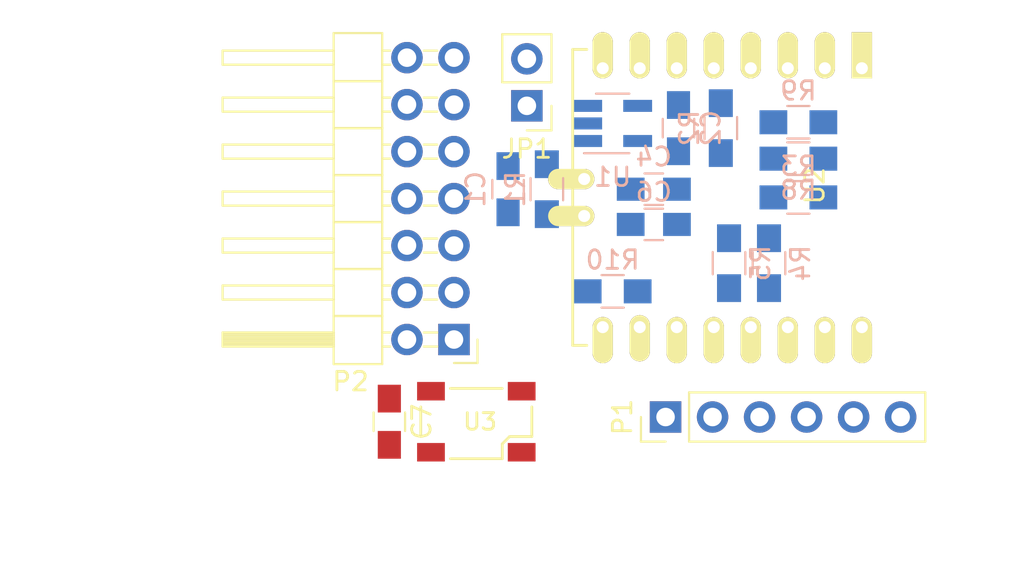
<source format=kicad_pcb>
(kicad_pcb (version 4) (host pcbnew 4.0.5)

  (general
    (links 52)
    (no_connects 52)
    (area 72.136 71.12 139.954 125.476)
    (thickness 1.6)
    (drawings 6)
    (tracks 0)
    (zones 0)
    (modules 19)
    (nets 22)
  )

  (page A4)
  (title_block
    (title "Main module")
    (date 2017-04-15)
    (rev v1.0)
    (company DoHome)
  )

  (layers
    (0 F.Cu signal)
    (31 B.Cu signal)
    (32 B.Adhes user)
    (33 F.Adhes user)
    (34 B.Paste user)
    (35 F.Paste user)
    (36 B.SilkS user)
    (37 F.SilkS user)
    (38 B.Mask user)
    (39 F.Mask user)
    (40 Dwgs.User user)
    (41 Cmts.User user)
    (42 Eco1.User user)
    (43 Eco2.User user)
    (44 Edge.Cuts user)
    (45 Margin user)
    (46 B.CrtYd user)
    (47 F.CrtYd user)
    (48 B.Fab user)
    (49 F.Fab user)
  )

  (setup
    (last_trace_width 0.25)
    (trace_clearance 0.2)
    (zone_clearance 0.508)
    (zone_45_only no)
    (trace_min 0.2)
    (segment_width 0.2)
    (edge_width 0.15)
    (via_size 0.6)
    (via_drill 0.4)
    (via_min_size 0.4)
    (via_min_drill 0.3)
    (uvia_size 0.3)
    (uvia_drill 0.1)
    (uvias_allowed no)
    (uvia_min_size 0.2)
    (uvia_min_drill 0.1)
    (pcb_text_width 0.3)
    (pcb_text_size 1.5 1.5)
    (mod_edge_width 0.15)
    (mod_text_size 1 1)
    (mod_text_width 0.15)
    (pad_size 1.524 1.524)
    (pad_drill 0.762)
    (pad_to_mask_clearance 0.2)
    (aux_axis_origin 0 0)
    (visible_elements FFFFF77F)
    (pcbplotparams
      (layerselection 0x00030_80000001)
      (usegerberextensions false)
      (excludeedgelayer true)
      (linewidth 0.100000)
      (plotframeref false)
      (viasonmask false)
      (mode 1)
      (useauxorigin false)
      (hpglpennumber 1)
      (hpglpenspeed 20)
      (hpglpendiameter 15)
      (hpglpenoverlay 2)
      (psnegative false)
      (psa4output false)
      (plotreference true)
      (plotvalue true)
      (plotinvisibletext false)
      (padsonsilk false)
      (subtractmaskfromsilk false)
      (outputformat 1)
      (mirror false)
      (drillshape 1)
      (scaleselection 1)
      (outputdirectory ""))
  )

  (net 0 "")
  (net 1 /RESET)
  (net 2 /GPIO0)
  (net 3 +3V3)
  (net 4 /ADC)
  (net 5 /CH_PD)
  (net 6 /GPIO16)
  (net 7 /GPIO14)
  (net 8 /GPIO12)
  (net 9 /GPIO13)
  (net 10 /GPIO15)
  (net 11 /GPIO2)
  (net 12 /GPIO4)
  (net 13 /GPIO5)
  (net 14 /RXD)
  (net 15 /TXD)
  (net 16 /GPIO9)
  (net 17 /GPIO10)
  (net 18 /A0)
  (net 19 GND)
  (net 20 /PWR)
  (net 21 "Net-(JP1-Pad2)")

  (net_class Default "Toto je výchozí třída sítě."
    (clearance 0.2)
    (trace_width 0.25)
    (via_dia 0.6)
    (via_drill 0.4)
    (uvia_dia 0.3)
    (uvia_drill 0.1)
    (add_net +3V3)
    (add_net /A0)
    (add_net /ADC)
    (add_net /CH_PD)
    (add_net /GPIO0)
    (add_net /GPIO10)
    (add_net /GPIO12)
    (add_net /GPIO13)
    (add_net /GPIO14)
    (add_net /GPIO15)
    (add_net /GPIO16)
    (add_net /GPIO2)
    (add_net /GPIO4)
    (add_net /GPIO5)
    (add_net /GPIO9)
    (add_net /PWR)
    (add_net /RESET)
    (add_net /RXD)
    (add_net /TXD)
    (add_net GND)
    (add_net "Net-(JP1-Pad2)")
  )

  (module CrumpPrints:WS2812B_smallsilk (layer F.Cu) (tedit 54B35D39) (tstamp 5913F12F)
    (at 86.5505 122.301)
    (tags "LED, Neopixel, RGB, WS2811, WS2812")
    (path /58F16018)
    (fp_text reference U3 (at 0.2 0) (layer F.SilkS)
      (effects (font (size 0.9 0.9) (thickness 0.1524)))
    )
    (fp_text value WS2812B (at 0 -2.8) (layer F.SilkS) hide
      (effects (font (size 1 1) (thickness 0.15)))
    )
    (fp_line (start 1.8 0.8) (end 3 0.8) (layer F.SilkS) (width 0.15))
    (fp_line (start 1.4 2) (end 1.4 1.2) (layer F.SilkS) (width 0.15))
    (fp_line (start 1.4 1.2) (end 1.8 0.8) (layer F.SilkS) (width 0.15))
    (fp_line (start -3 0.8) (end -3 -0.8) (layer F.SilkS) (width 0.15))
    (fp_line (start 1.4 2) (end -1.4 2) (layer F.SilkS) (width 0.15))
    (fp_line (start 3 -0.8) (end 3 0.8) (layer F.SilkS) (width 0.15))
    (fp_line (start -1.4 -1.8) (end 1.4 -1.8) (layer F.SilkS) (width 0.15))
    (pad 4 smd rect (at 2.45 -1.65) (size 1.5 1) (layers F.Cu F.Paste F.Mask)
      (net 16 /GPIO9))
    (pad 1 smd rect (at -2.45 -1.65) (size 1.5 1) (layers F.Cu F.Paste F.Mask)
      (net 20 /PWR))
    (pad 2 smd rect (at -2.45 1.65) (size 1.5 1) (layers F.Cu F.Paste F.Mask))
    (pad 3 smd rect (at 2.45 1.65) (size 1.5 1) (layers F.Cu F.Paste F.Mask)
      (net 19 GND))
  )

  (module ESP8266:ESP-12E (layer F.Cu) (tedit 59139454) (tstamp 590B4D9C)
    (at 107.3785 103.1875 270)
    (descr "Module, ESP-8266, ESP-12, 16 pad, SMD")
    (tags "Module ESP-8266 ESP8266")
    (path /58E03B98)
    (fp_text reference U2 (at 6.35 2.54 270) (layer F.SilkS)
      (effects (font (size 1 1) (thickness 0.15)))
    )
    (fp_text value ESP-12E (at 6.35 6.35 270) (layer F.Fab) hide
      (effects (font (size 1 1) (thickness 0.15)))
    )
    (fp_line (start -2.25 -0.5) (end -2.25 -8.75) (layer F.CrtYd) (width 0.05))
    (fp_line (start -2.25 -8.75) (end 15.25 -8.75) (layer F.CrtYd) (width 0.05))
    (fp_line (start 15.25 -8.75) (end 16.25 -8.75) (layer F.CrtYd) (width 0.05))
    (fp_line (start 16.25 -8.75) (end 16.25 16) (layer F.CrtYd) (width 0.05))
    (fp_line (start 16.25 16) (end -2.25 16) (layer F.CrtYd) (width 0.05))
    (fp_line (start -2.25 16) (end -2.25 -0.5) (layer F.CrtYd) (width 0.05))
    (fp_line (start -1.016 -8.382) (end 14.986 -8.382) (layer F.CrtYd) (width 0.1524))
    (fp_line (start 14.986 -8.382) (end 14.986 -0.889) (layer F.CrtYd) (width 0.1524))
    (fp_line (start -1.016 -8.382) (end -1.016 -1.016) (layer F.CrtYd) (width 0.1524))
    (fp_line (start -1.016 14.859) (end -1.016 15.621) (layer F.SilkS) (width 0.1524))
    (fp_line (start -1.016 15.621) (end 14.986 15.621) (layer F.SilkS) (width 0.1524))
    (fp_line (start 14.986 15.621) (end 14.986 14.859) (layer F.SilkS) (width 0.1524))
    (fp_line (start 14.992 -8.4) (end -1.008 -2.6) (layer F.CrtYd) (width 0.1524))
    (fp_line (start -1.008 -8.4) (end 14.992 -2.6) (layer F.CrtYd) (width 0.1524))
    (fp_text user "No Copper" (at 6.892 -5.4 270) (layer F.CrtYd)
      (effects (font (size 1 1) (thickness 0.15)))
    )
    (fp_line (start -1.008 -2.6) (end 14.992 -2.6) (layer F.CrtYd) (width 0.1524))
    (fp_line (start 15 -8.4) (end 15 15.6) (layer F.Fab) (width 0.05))
    (fp_line (start 14.992 15.6) (end -1.008 15.6) (layer F.Fab) (width 0.05))
    (fp_line (start -1.008 15.6) (end -1.008 -8.4) (layer F.Fab) (width 0.05))
    (fp_line (start -1.008 -8.4) (end 14.992 -8.4) (layer F.Fab) (width 0.05))
    (pad 1 thru_hole rect (at 0 0 270) (size 2.5 1.1) (drill 0.65 (offset -0.7 0)) (layers *.Cu *.Mask F.SilkS)
      (net 1 /RESET))
    (pad 2 thru_hole oval (at 0 2 270) (size 2.5 1.1) (drill 0.65 (offset -0.7 0)) (layers *.Cu *.Mask F.SilkS)
      (net 4 /ADC))
    (pad 3 thru_hole oval (at 0 4 270) (size 2.5 1.1) (drill 0.65 (offset -0.7 0)) (layers *.Cu *.Mask F.SilkS)
      (net 5 /CH_PD))
    (pad 4 thru_hole oval (at 0 6 270) (size 2.5 1.1) (drill 0.65 (offset -0.7 0)) (layers *.Cu *.Mask F.SilkS)
      (net 6 /GPIO16))
    (pad 5 thru_hole oval (at 0 8 270) (size 2.5 1.1) (drill 0.65 (offset -0.7 0)) (layers *.Cu *.Mask F.SilkS)
      (net 7 /GPIO14))
    (pad 6 thru_hole oval (at 0 10 270) (size 2.5 1.1) (drill 0.65 (offset -0.7 0)) (layers *.Cu *.Mask F.SilkS)
      (net 8 /GPIO12))
    (pad 7 thru_hole oval (at 0 12 270) (size 2.5 1.1) (drill 0.65 (offset -0.7 0)) (layers *.Cu *.Mask F.SilkS)
      (net 9 /GPIO13))
    (pad 8 thru_hole oval (at 0 14 270) (size 2.5 1.1) (drill 0.65 (offset -0.7 0)) (layers *.Cu *.Mask F.SilkS)
      (net 3 +3V3))
    (pad 9 thru_hole oval (at 14 14 270) (size 2.5 1.1) (drill 0.65 (offset 0.7 0)) (layers *.Cu *.Mask F.SilkS)
      (net 19 GND))
    (pad 10 thru_hole oval (at 14 12 270) (size 2.5 1.1) (drill 0.65 (offset 0.6 0)) (layers *.Cu *.Mask F.SilkS)
      (net 10 /GPIO15))
    (pad 11 thru_hole oval (at 14 10 270) (size 2.5 1.1) (drill 0.65 (offset 0.7 0)) (layers *.Cu *.Mask F.SilkS)
      (net 11 /GPIO2))
    (pad 12 thru_hole oval (at 14 8 270) (size 2.5 1.1) (drill 0.65 (offset 0.7 0)) (layers *.Cu *.Mask F.SilkS)
      (net 2 /GPIO0))
    (pad 13 thru_hole oval (at 14 6 270) (size 2.5 1.1) (drill 0.65 (offset 0.7 0)) (layers *.Cu *.Mask F.SilkS)
      (net 12 /GPIO4))
    (pad 14 thru_hole oval (at 14 4 270) (size 2.5 1.1) (drill 0.65 (offset 0.7 0)) (layers *.Cu *.Mask F.SilkS)
      (net 13 /GPIO5))
    (pad 15 thru_hole oval (at 14 2 270) (size 2.5 1.1) (drill 0.65 (offset 0.7 0)) (layers *.Cu *.Mask F.SilkS)
      (net 14 /RXD))
    (pad 16 thru_hole oval (at 14 0 270) (size 2.5 1.1) (drill 0.65 (offset 0.7 0)) (layers *.Cu *.Mask F.SilkS)
      (net 15 /TXD))
    (pad 19 thru_hole oval (at 5.99 15) (size 2.5 1.1) (drill 0.65 (offset -0.7 0)) (layers *.Cu *.Mask F.SilkS)
      (net 16 /GPIO9))
    (pad 20 thru_hole oval (at 7.99 15) (size 2.5 1.1) (drill 0.65 (offset -0.7 0)) (layers *.Cu *.Mask F.SilkS)
      (net 17 /GPIO10))
    (model ${ESPLIB}/ESP8266.3dshapes/ESP-12.wrl
      (at (xyz 0 0 0))
      (scale (xyz 0.3937 0.3937 0.3937))
      (rotate (xyz 0 0 0))
    )
  )

  (module TO_SOT_Packages_SMD:SOT-23-5_HandSoldering (layer B.Cu) (tedit 58CE4E7E) (tstamp 590B4D6E)
    (at 93.9165 106.172)
    (descr "5-pin SOT23 package")
    (tags "SOT-23-5 hand-soldering")
    (path /58EF8E53)
    (attr smd)
    (fp_text reference U1 (at 0 2.9) (layer B.SilkS)
      (effects (font (size 1 1) (thickness 0.15)) (justify mirror))
    )
    (fp_text value RT9013-33GB (at 0 -2.9) (layer B.Fab)
      (effects (font (size 1 1) (thickness 0.15)) (justify mirror))
    )
    (fp_text user %R (at 0 0) (layer B.Fab)
      (effects (font (size 0.5 0.5) (thickness 0.075)) (justify mirror))
    )
    (fp_line (start -0.9 -1.61) (end 0.9 -1.61) (layer B.SilkS) (width 0.12))
    (fp_line (start 0.9 1.61) (end -1.55 1.61) (layer B.SilkS) (width 0.12))
    (fp_line (start -0.9 0.9) (end -0.25 1.55) (layer B.Fab) (width 0.1))
    (fp_line (start 0.9 1.55) (end -0.25 1.55) (layer B.Fab) (width 0.1))
    (fp_line (start -0.9 0.9) (end -0.9 -1.55) (layer B.Fab) (width 0.1))
    (fp_line (start 0.9 -1.55) (end -0.9 -1.55) (layer B.Fab) (width 0.1))
    (fp_line (start 0.9 1.55) (end 0.9 -1.55) (layer B.Fab) (width 0.1))
    (fp_line (start -2.38 1.8) (end 2.38 1.8) (layer B.CrtYd) (width 0.05))
    (fp_line (start -2.38 1.8) (end -2.38 -1.8) (layer B.CrtYd) (width 0.05))
    (fp_line (start 2.38 -1.8) (end 2.38 1.8) (layer B.CrtYd) (width 0.05))
    (fp_line (start 2.38 -1.8) (end -2.38 -1.8) (layer B.CrtYd) (width 0.05))
    (pad 1 smd rect (at -1.35 0.95) (size 1.56 0.65) (layers B.Cu B.Paste B.Mask)
      (net 20 /PWR))
    (pad 2 smd rect (at -1.35 0) (size 1.56 0.65) (layers B.Cu B.Paste B.Mask)
      (net 19 GND))
    (pad 3 smd rect (at -1.35 -0.95) (size 1.56 0.65) (layers B.Cu B.Paste B.Mask)
      (net 20 /PWR))
    (pad 4 smd rect (at 1.35 -0.95) (size 1.56 0.65) (layers B.Cu B.Paste B.Mask))
    (pad 5 smd rect (at 1.35 0.95) (size 1.56 0.65) (layers B.Cu B.Paste B.Mask)
      (net 3 +3V3))
    (model ${KISYS3DMOD}/TO_SOT_Packages_SMD.3dshapes\SOT-23-5.wrl
      (at (xyz 0 0 0))
      (scale (xyz 1 1 1))
      (rotate (xyz 0 0 0))
    )
  )

  (module Capacitors_SMD:C_0805_HandSoldering (layer B.Cu) (tedit 58AA84A8) (tstamp 5913EFD9)
    (at 88.265 109.728 270)
    (descr "Capacitor SMD 0805, hand soldering")
    (tags "capacitor 0805")
    (path /58EF9833)
    (attr smd)
    (fp_text reference C1 (at 0 1.75 270) (layer B.SilkS)
      (effects (font (size 1 1) (thickness 0.15)) (justify mirror))
    )
    (fp_text value 1uF (at 0 -1.75 270) (layer B.Fab)
      (effects (font (size 1 1) (thickness 0.15)) (justify mirror))
    )
    (fp_text user %R (at 0 1.75 270) (layer B.Fab)
      (effects (font (size 1 1) (thickness 0.15)) (justify mirror))
    )
    (fp_line (start -1 -0.62) (end -1 0.62) (layer B.Fab) (width 0.1))
    (fp_line (start 1 -0.62) (end -1 -0.62) (layer B.Fab) (width 0.1))
    (fp_line (start 1 0.62) (end 1 -0.62) (layer B.Fab) (width 0.1))
    (fp_line (start -1 0.62) (end 1 0.62) (layer B.Fab) (width 0.1))
    (fp_line (start 0.5 0.85) (end -0.5 0.85) (layer B.SilkS) (width 0.12))
    (fp_line (start -0.5 -0.85) (end 0.5 -0.85) (layer B.SilkS) (width 0.12))
    (fp_line (start -2.25 0.88) (end 2.25 0.88) (layer B.CrtYd) (width 0.05))
    (fp_line (start -2.25 0.88) (end -2.25 -0.87) (layer B.CrtYd) (width 0.05))
    (fp_line (start 2.25 -0.87) (end 2.25 0.88) (layer B.CrtYd) (width 0.05))
    (fp_line (start 2.25 -0.87) (end -2.25 -0.87) (layer B.CrtYd) (width 0.05))
    (pad 1 smd rect (at -1.25 0 270) (size 1.5 1.25) (layers B.Cu B.Paste B.Mask)
      (net 20 /PWR))
    (pad 2 smd rect (at 1.25 0 270) (size 1.5 1.25) (layers B.Cu B.Paste B.Mask)
      (net 19 GND))
    (model Capacitors_SMD.3dshapes/C_0805.wrl
      (at (xyz 0 0 0))
      (scale (xyz 1 1 1))
      (rotate (xyz 0 0 0))
    )
  )

  (module Capacitors_SMD:C_0805_HandSoldering (layer B.Cu) (tedit 58AA84A8) (tstamp 5913EFEA)
    (at 97.4725 106.426 90)
    (descr "Capacitor SMD 0805, hand soldering")
    (tags "capacitor 0805")
    (path /58EFA5DD)
    (attr smd)
    (fp_text reference C2 (at 0 1.75 90) (layer B.SilkS)
      (effects (font (size 1 1) (thickness 0.15)) (justify mirror))
    )
    (fp_text value 1uF (at 0 -1.75 90) (layer B.Fab)
      (effects (font (size 1 1) (thickness 0.15)) (justify mirror))
    )
    (fp_text user %R (at 0 1.75 90) (layer B.Fab)
      (effects (font (size 1 1) (thickness 0.15)) (justify mirror))
    )
    (fp_line (start -1 -0.62) (end -1 0.62) (layer B.Fab) (width 0.1))
    (fp_line (start 1 -0.62) (end -1 -0.62) (layer B.Fab) (width 0.1))
    (fp_line (start 1 0.62) (end 1 -0.62) (layer B.Fab) (width 0.1))
    (fp_line (start -1 0.62) (end 1 0.62) (layer B.Fab) (width 0.1))
    (fp_line (start 0.5 0.85) (end -0.5 0.85) (layer B.SilkS) (width 0.12))
    (fp_line (start -0.5 -0.85) (end 0.5 -0.85) (layer B.SilkS) (width 0.12))
    (fp_line (start -2.25 0.88) (end 2.25 0.88) (layer B.CrtYd) (width 0.05))
    (fp_line (start -2.25 0.88) (end -2.25 -0.87) (layer B.CrtYd) (width 0.05))
    (fp_line (start 2.25 -0.87) (end 2.25 0.88) (layer B.CrtYd) (width 0.05))
    (fp_line (start 2.25 -0.87) (end -2.25 -0.87) (layer B.CrtYd) (width 0.05))
    (pad 1 smd rect (at -1.25 0 90) (size 1.5 1.25) (layers B.Cu B.Paste B.Mask)
      (net 3 +3V3))
    (pad 2 smd rect (at 1.25 0 90) (size 1.5 1.25) (layers B.Cu B.Paste B.Mask)
      (net 19 GND))
    (model Capacitors_SMD.3dshapes/C_0805.wrl
      (at (xyz 0 0 0))
      (scale (xyz 1 1 1))
      (rotate (xyz 0 0 0))
    )
  )

  (module Capacitors_SMD:C_0805_HandSoldering (layer B.Cu) (tedit 58AA84A8) (tstamp 5913F00C)
    (at 96.139 109.728 180)
    (descr "Capacitor SMD 0805, hand soldering")
    (tags "capacitor 0805")
    (path /58F12D23)
    (attr smd)
    (fp_text reference C4 (at 0 1.75 180) (layer B.SilkS)
      (effects (font (size 1 1) (thickness 0.15)) (justify mirror))
    )
    (fp_text value 10uF (at 0 -1.75 180) (layer B.Fab)
      (effects (font (size 1 1) (thickness 0.15)) (justify mirror))
    )
    (fp_text user %R (at 0 1.75 180) (layer B.Fab)
      (effects (font (size 1 1) (thickness 0.15)) (justify mirror))
    )
    (fp_line (start -1 -0.62) (end -1 0.62) (layer B.Fab) (width 0.1))
    (fp_line (start 1 -0.62) (end -1 -0.62) (layer B.Fab) (width 0.1))
    (fp_line (start 1 0.62) (end 1 -0.62) (layer B.Fab) (width 0.1))
    (fp_line (start -1 0.62) (end 1 0.62) (layer B.Fab) (width 0.1))
    (fp_line (start 0.5 0.85) (end -0.5 0.85) (layer B.SilkS) (width 0.12))
    (fp_line (start -0.5 -0.85) (end 0.5 -0.85) (layer B.SilkS) (width 0.12))
    (fp_line (start -2.25 0.88) (end 2.25 0.88) (layer B.CrtYd) (width 0.05))
    (fp_line (start -2.25 0.88) (end -2.25 -0.87) (layer B.CrtYd) (width 0.05))
    (fp_line (start 2.25 -0.87) (end 2.25 0.88) (layer B.CrtYd) (width 0.05))
    (fp_line (start 2.25 -0.87) (end -2.25 -0.87) (layer B.CrtYd) (width 0.05))
    (pad 1 smd rect (at -1.25 0 180) (size 1.5 1.25) (layers B.Cu B.Paste B.Mask)
      (net 3 +3V3))
    (pad 2 smd rect (at 1.25 0 180) (size 1.5 1.25) (layers B.Cu B.Paste B.Mask)
      (net 19 GND))
    (model Capacitors_SMD.3dshapes/C_0805.wrl
      (at (xyz 0 0 0))
      (scale (xyz 1 1 1))
      (rotate (xyz 0 0 0))
    )
  )

  (module Capacitors_SMD:C_0805_HandSoldering (layer B.Cu) (tedit 58AA84A8) (tstamp 5913F02E)
    (at 96.139 111.633 180)
    (descr "Capacitor SMD 0805, hand soldering")
    (tags "capacitor 0805")
    (path /58F12D70)
    (attr smd)
    (fp_text reference C6 (at 0 1.75 180) (layer B.SilkS)
      (effects (font (size 1 1) (thickness 0.15)) (justify mirror))
    )
    (fp_text value 100nF (at 0 -1.75 180) (layer B.Fab)
      (effects (font (size 1 1) (thickness 0.15)) (justify mirror))
    )
    (fp_text user %R (at 0 1.75 180) (layer B.Fab)
      (effects (font (size 1 1) (thickness 0.15)) (justify mirror))
    )
    (fp_line (start -1 -0.62) (end -1 0.62) (layer B.Fab) (width 0.1))
    (fp_line (start 1 -0.62) (end -1 -0.62) (layer B.Fab) (width 0.1))
    (fp_line (start 1 0.62) (end 1 -0.62) (layer B.Fab) (width 0.1))
    (fp_line (start -1 0.62) (end 1 0.62) (layer B.Fab) (width 0.1))
    (fp_line (start 0.5 0.85) (end -0.5 0.85) (layer B.SilkS) (width 0.12))
    (fp_line (start -0.5 -0.85) (end 0.5 -0.85) (layer B.SilkS) (width 0.12))
    (fp_line (start -2.25 0.88) (end 2.25 0.88) (layer B.CrtYd) (width 0.05))
    (fp_line (start -2.25 0.88) (end -2.25 -0.87) (layer B.CrtYd) (width 0.05))
    (fp_line (start 2.25 -0.87) (end 2.25 0.88) (layer B.CrtYd) (width 0.05))
    (fp_line (start 2.25 -0.87) (end -2.25 -0.87) (layer B.CrtYd) (width 0.05))
    (pad 1 smd rect (at -1.25 0 180) (size 1.5 1.25) (layers B.Cu B.Paste B.Mask)
      (net 3 +3V3))
    (pad 2 smd rect (at 1.25 0 180) (size 1.5 1.25) (layers B.Cu B.Paste B.Mask)
      (net 19 GND))
    (model Capacitors_SMD.3dshapes/C_0805.wrl
      (at (xyz 0 0 0))
      (scale (xyz 1 1 1))
      (rotate (xyz 0 0 0))
    )
  )

  (module Capacitors_SMD:C_0805_HandSoldering (layer F.Cu) (tedit 58AA84A8) (tstamp 5913F03F)
    (at 81.8515 122.301 270)
    (descr "Capacitor SMD 0805, hand soldering")
    (tags "capacitor 0805")
    (path /58F17057)
    (attr smd)
    (fp_text reference C7 (at 0 -1.75 270) (layer F.SilkS)
      (effects (font (size 1 1) (thickness 0.15)))
    )
    (fp_text value 0.1uF (at 0 1.75 270) (layer F.Fab)
      (effects (font (size 1 1) (thickness 0.15)))
    )
    (fp_text user %R (at 0 -1.75 270) (layer F.Fab)
      (effects (font (size 1 1) (thickness 0.15)))
    )
    (fp_line (start -1 0.62) (end -1 -0.62) (layer F.Fab) (width 0.1))
    (fp_line (start 1 0.62) (end -1 0.62) (layer F.Fab) (width 0.1))
    (fp_line (start 1 -0.62) (end 1 0.62) (layer F.Fab) (width 0.1))
    (fp_line (start -1 -0.62) (end 1 -0.62) (layer F.Fab) (width 0.1))
    (fp_line (start 0.5 -0.85) (end -0.5 -0.85) (layer F.SilkS) (width 0.12))
    (fp_line (start -0.5 0.85) (end 0.5 0.85) (layer F.SilkS) (width 0.12))
    (fp_line (start -2.25 -0.88) (end 2.25 -0.88) (layer F.CrtYd) (width 0.05))
    (fp_line (start -2.25 -0.88) (end -2.25 0.87) (layer F.CrtYd) (width 0.05))
    (fp_line (start 2.25 0.87) (end 2.25 -0.88) (layer F.CrtYd) (width 0.05))
    (fp_line (start 2.25 0.87) (end -2.25 0.87) (layer F.CrtYd) (width 0.05))
    (pad 1 smd rect (at -1.25 0 270) (size 1.5 1.25) (layers F.Cu F.Paste F.Mask)
      (net 20 /PWR))
    (pad 2 smd rect (at 1.25 0 270) (size 1.5 1.25) (layers F.Cu F.Paste F.Mask)
      (net 19 GND))
    (model Capacitors_SMD.3dshapes/C_0805.wrl
      (at (xyz 0 0 0))
      (scale (xyz 1 1 1))
      (rotate (xyz 0 0 0))
    )
  )

  (module Resistors_SMD:R_0805_HandSoldering (layer B.Cu) (tedit 58E0A804) (tstamp 5913F087)
    (at 90.3605 109.728 270)
    (descr "Resistor SMD 0805, hand soldering")
    (tags "resistor 0805")
    (path /58EF9F79)
    (attr smd)
    (fp_text reference R1 (at 0 1.7 270) (layer B.SilkS)
      (effects (font (size 1 1) (thickness 0.15)) (justify mirror))
    )
    (fp_text value 100k (at 0 -1.75 270) (layer B.Fab)
      (effects (font (size 1 1) (thickness 0.15)) (justify mirror))
    )
    (fp_text user %R (at 0 0 270) (layer B.Fab)
      (effects (font (size 0.5 0.5) (thickness 0.075)) (justify mirror))
    )
    (fp_line (start -1 -0.62) (end -1 0.62) (layer B.Fab) (width 0.1))
    (fp_line (start 1 -0.62) (end -1 -0.62) (layer B.Fab) (width 0.1))
    (fp_line (start 1 0.62) (end 1 -0.62) (layer B.Fab) (width 0.1))
    (fp_line (start -1 0.62) (end 1 0.62) (layer B.Fab) (width 0.1))
    (fp_line (start 0.6 -0.88) (end -0.6 -0.88) (layer B.SilkS) (width 0.12))
    (fp_line (start -0.6 0.88) (end 0.6 0.88) (layer B.SilkS) (width 0.12))
    (fp_line (start -2.35 0.9) (end 2.35 0.9) (layer B.CrtYd) (width 0.05))
    (fp_line (start -2.35 0.9) (end -2.35 -0.9) (layer B.CrtYd) (width 0.05))
    (fp_line (start 2.35 -0.9) (end 2.35 0.9) (layer B.CrtYd) (width 0.05))
    (fp_line (start 2.35 -0.9) (end -2.35 -0.9) (layer B.CrtYd) (width 0.05))
    (pad 1 smd rect (at -1.35 0 270) (size 1.5 1.3) (layers B.Cu B.Paste B.Mask)
      (net 20 /PWR))
    (pad 2 smd rect (at 1.35 0 270) (size 1.5 1.3) (layers B.Cu B.Paste B.Mask)
      (net 19 GND))
    (model ${KISYS3DMOD}/Resistors_SMD.3dshapes/R_0805.wrl
      (at (xyz 0 0 0))
      (scale (xyz 1 1 1))
      (rotate (xyz 0 0 0))
    )
  )

  (module Resistors_SMD:R_0805_HandSoldering (layer B.Cu) (tedit 58E0A804) (tstamp 5913F098)
    (at 99.7585 106.426 270)
    (descr "Resistor SMD 0805, hand soldering")
    (tags "resistor 0805")
    (path /58F1366C)
    (attr smd)
    (fp_text reference R2 (at 0 1.7 270) (layer B.SilkS)
      (effects (font (size 1 1) (thickness 0.15)) (justify mirror))
    )
    (fp_text value 10k (at 0 -1.75 270) (layer B.Fab)
      (effects (font (size 1 1) (thickness 0.15)) (justify mirror))
    )
    (fp_text user %R (at 0 0 270) (layer B.Fab)
      (effects (font (size 0.5 0.5) (thickness 0.075)) (justify mirror))
    )
    (fp_line (start -1 -0.62) (end -1 0.62) (layer B.Fab) (width 0.1))
    (fp_line (start 1 -0.62) (end -1 -0.62) (layer B.Fab) (width 0.1))
    (fp_line (start 1 0.62) (end 1 -0.62) (layer B.Fab) (width 0.1))
    (fp_line (start -1 0.62) (end 1 0.62) (layer B.Fab) (width 0.1))
    (fp_line (start 0.6 -0.88) (end -0.6 -0.88) (layer B.SilkS) (width 0.12))
    (fp_line (start -0.6 0.88) (end 0.6 0.88) (layer B.SilkS) (width 0.12))
    (fp_line (start -2.35 0.9) (end 2.35 0.9) (layer B.CrtYd) (width 0.05))
    (fp_line (start -2.35 0.9) (end -2.35 -0.9) (layer B.CrtYd) (width 0.05))
    (fp_line (start 2.35 -0.9) (end 2.35 0.9) (layer B.CrtYd) (width 0.05))
    (fp_line (start 2.35 -0.9) (end -2.35 -0.9) (layer B.CrtYd) (width 0.05))
    (pad 1 smd rect (at -1.35 0 270) (size 1.5 1.3) (layers B.Cu B.Paste B.Mask)
      (net 5 /CH_PD))
    (pad 2 smd rect (at 1.35 0 270) (size 1.5 1.3) (layers B.Cu B.Paste B.Mask)
      (net 3 +3V3))
    (model ${KISYS3DMOD}/Resistors_SMD.3dshapes/R_0805.wrl
      (at (xyz 0 0 0))
      (scale (xyz 1 1 1))
      (rotate (xyz 0 0 0))
    )
  )

  (module Resistors_SMD:R_0805_HandSoldering (layer B.Cu) (tedit 58E0A804) (tstamp 5913F0A9)
    (at 103.9495 110.1725 180)
    (descr "Resistor SMD 0805, hand soldering")
    (tags "resistor 0805")
    (path /58F13D2A)
    (attr smd)
    (fp_text reference R3 (at 0 1.7 180) (layer B.SilkS)
      (effects (font (size 1 1) (thickness 0.15)) (justify mirror))
    )
    (fp_text value 10k (at 0 -1.75 180) (layer B.Fab)
      (effects (font (size 1 1) (thickness 0.15)) (justify mirror))
    )
    (fp_text user %R (at 0 0 180) (layer B.Fab)
      (effects (font (size 0.5 0.5) (thickness 0.075)) (justify mirror))
    )
    (fp_line (start -1 -0.62) (end -1 0.62) (layer B.Fab) (width 0.1))
    (fp_line (start 1 -0.62) (end -1 -0.62) (layer B.Fab) (width 0.1))
    (fp_line (start 1 0.62) (end 1 -0.62) (layer B.Fab) (width 0.1))
    (fp_line (start -1 0.62) (end 1 0.62) (layer B.Fab) (width 0.1))
    (fp_line (start 0.6 -0.88) (end -0.6 -0.88) (layer B.SilkS) (width 0.12))
    (fp_line (start -0.6 0.88) (end 0.6 0.88) (layer B.SilkS) (width 0.12))
    (fp_line (start -2.35 0.9) (end 2.35 0.9) (layer B.CrtYd) (width 0.05))
    (fp_line (start -2.35 0.9) (end -2.35 -0.9) (layer B.CrtYd) (width 0.05))
    (fp_line (start 2.35 -0.9) (end 2.35 0.9) (layer B.CrtYd) (width 0.05))
    (fp_line (start 2.35 -0.9) (end -2.35 -0.9) (layer B.CrtYd) (width 0.05))
    (pad 1 smd rect (at -1.35 0 180) (size 1.5 1.3) (layers B.Cu B.Paste B.Mask)
      (net 1 /RESET))
    (pad 2 smd rect (at 1.35 0 180) (size 1.5 1.3) (layers B.Cu B.Paste B.Mask)
      (net 3 +3V3))
    (model ${KISYS3DMOD}/Resistors_SMD.3dshapes/R_0805.wrl
      (at (xyz 0 0 0))
      (scale (xyz 1 1 1))
      (rotate (xyz 0 0 0))
    )
  )

  (module Resistors_SMD:R_0805_HandSoldering (layer B.Cu) (tedit 58E0A804) (tstamp 5913F0BA)
    (at 102.362 113.7285 90)
    (descr "Resistor SMD 0805, hand soldering")
    (tags "resistor 0805")
    (path /58F13D71)
    (attr smd)
    (fp_text reference R4 (at 0 1.7 90) (layer B.SilkS)
      (effects (font (size 1 1) (thickness 0.15)) (justify mirror))
    )
    (fp_text value 10k (at 0 -1.75 90) (layer B.Fab)
      (effects (font (size 1 1) (thickness 0.15)) (justify mirror))
    )
    (fp_text user %R (at 0 0 90) (layer B.Fab)
      (effects (font (size 0.5 0.5) (thickness 0.075)) (justify mirror))
    )
    (fp_line (start -1 -0.62) (end -1 0.62) (layer B.Fab) (width 0.1))
    (fp_line (start 1 -0.62) (end -1 -0.62) (layer B.Fab) (width 0.1))
    (fp_line (start 1 0.62) (end 1 -0.62) (layer B.Fab) (width 0.1))
    (fp_line (start -1 0.62) (end 1 0.62) (layer B.Fab) (width 0.1))
    (fp_line (start 0.6 -0.88) (end -0.6 -0.88) (layer B.SilkS) (width 0.12))
    (fp_line (start -0.6 0.88) (end 0.6 0.88) (layer B.SilkS) (width 0.12))
    (fp_line (start -2.35 0.9) (end 2.35 0.9) (layer B.CrtYd) (width 0.05))
    (fp_line (start -2.35 0.9) (end -2.35 -0.9) (layer B.CrtYd) (width 0.05))
    (fp_line (start 2.35 -0.9) (end 2.35 0.9) (layer B.CrtYd) (width 0.05))
    (fp_line (start 2.35 -0.9) (end -2.35 -0.9) (layer B.CrtYd) (width 0.05))
    (pad 1 smd rect (at -1.35 0 90) (size 1.5 1.3) (layers B.Cu B.Paste B.Mask)
      (net 2 /GPIO0))
    (pad 2 smd rect (at 1.35 0 90) (size 1.5 1.3) (layers B.Cu B.Paste B.Mask)
      (net 3 +3V3))
    (model ${KISYS3DMOD}/Resistors_SMD.3dshapes/R_0805.wrl
      (at (xyz 0 0 0))
      (scale (xyz 1 1 1))
      (rotate (xyz 0 0 0))
    )
  )

  (module Resistors_SMD:R_0805_HandSoldering (layer B.Cu) (tedit 58E0A804) (tstamp 5913F0CB)
    (at 100.203 113.7285 90)
    (descr "Resistor SMD 0805, hand soldering")
    (tags "resistor 0805")
    (path /58F13E13)
    (attr smd)
    (fp_text reference R5 (at 0 1.7 90) (layer B.SilkS)
      (effects (font (size 1 1) (thickness 0.15)) (justify mirror))
    )
    (fp_text value 10k (at 0 -1.75 90) (layer B.Fab)
      (effects (font (size 1 1) (thickness 0.15)) (justify mirror))
    )
    (fp_text user %R (at 0 0 90) (layer B.Fab)
      (effects (font (size 0.5 0.5) (thickness 0.075)) (justify mirror))
    )
    (fp_line (start -1 -0.62) (end -1 0.62) (layer B.Fab) (width 0.1))
    (fp_line (start 1 -0.62) (end -1 -0.62) (layer B.Fab) (width 0.1))
    (fp_line (start 1 0.62) (end 1 -0.62) (layer B.Fab) (width 0.1))
    (fp_line (start -1 0.62) (end 1 0.62) (layer B.Fab) (width 0.1))
    (fp_line (start 0.6 -0.88) (end -0.6 -0.88) (layer B.SilkS) (width 0.12))
    (fp_line (start -0.6 0.88) (end 0.6 0.88) (layer B.SilkS) (width 0.12))
    (fp_line (start -2.35 0.9) (end 2.35 0.9) (layer B.CrtYd) (width 0.05))
    (fp_line (start -2.35 0.9) (end -2.35 -0.9) (layer B.CrtYd) (width 0.05))
    (fp_line (start 2.35 -0.9) (end 2.35 0.9) (layer B.CrtYd) (width 0.05))
    (fp_line (start 2.35 -0.9) (end -2.35 -0.9) (layer B.CrtYd) (width 0.05))
    (pad 1 smd rect (at -1.35 0 90) (size 1.5 1.3) (layers B.Cu B.Paste B.Mask)
      (net 11 /GPIO2))
    (pad 2 smd rect (at 1.35 0 90) (size 1.5 1.3) (layers B.Cu B.Paste B.Mask)
      (net 3 +3V3))
    (model ${KISYS3DMOD}/Resistors_SMD.3dshapes/R_0805.wrl
      (at (xyz 0 0 0))
      (scale (xyz 1 1 1))
      (rotate (xyz 0 0 0))
    )
  )

  (module Resistors_SMD:R_0805_HandSoldering (layer B.Cu) (tedit 59149522) (tstamp 5913F0FE)
    (at 103.9495 108.077)
    (descr "Resistor SMD 0805, hand soldering")
    (tags "resistor 0805")
    (path /58F15805)
    (attr smd)
    (fp_text reference R8 (at 0 1.7) (layer B.SilkS)
      (effects (font (size 1 1) (thickness 0.15)) (justify mirror))
    )
    (fp_text value 220k (at 0 -1.75) (layer B.Fab)
      (effects (font (size 1 1) (thickness 0.15)) (justify mirror))
    )
    (fp_text user %R (at 4.064 2.2225) (layer B.Fab)
      (effects (font (size 0.5 0.5) (thickness 0.075)) (justify mirror))
    )
    (fp_line (start -1 -0.62) (end -1 0.62) (layer B.Fab) (width 0.1))
    (fp_line (start 1 -0.62) (end -1 -0.62) (layer B.Fab) (width 0.1))
    (fp_line (start 1 0.62) (end 1 -0.62) (layer B.Fab) (width 0.1))
    (fp_line (start -1 0.62) (end 1 0.62) (layer B.Fab) (width 0.1))
    (fp_line (start 0.6 -0.88) (end -0.6 -0.88) (layer B.SilkS) (width 0.12))
    (fp_line (start -0.6 0.88) (end 0.6 0.88) (layer B.SilkS) (width 0.12))
    (fp_line (start -2.35 0.9) (end 2.35 0.9) (layer B.CrtYd) (width 0.05))
    (fp_line (start -2.35 0.9) (end -2.35 -0.9) (layer B.CrtYd) (width 0.05))
    (fp_line (start 2.35 -0.9) (end 2.35 0.9) (layer B.CrtYd) (width 0.05))
    (fp_line (start 2.35 -0.9) (end -2.35 -0.9) (layer B.CrtYd) (width 0.05))
    (pad 1 smd rect (at -1.35 0) (size 1.5 1.3) (layers B.Cu B.Paste B.Mask)
      (net 18 /A0))
    (pad 2 smd rect (at 1.35 0) (size 1.5 1.3) (layers B.Cu B.Paste B.Mask)
      (net 4 /ADC))
    (model ${KISYS3DMOD}/Resistors_SMD.3dshapes/R_0805.wrl
      (at (xyz 0 0 0))
      (scale (xyz 1 1 1))
      (rotate (xyz 0 0 0))
    )
  )

  (module Resistors_SMD:R_0805_HandSoldering (layer B.Cu) (tedit 58E0A804) (tstamp 5913F10F)
    (at 103.9495 106.1085 180)
    (descr "Resistor SMD 0805, hand soldering")
    (tags "resistor 0805")
    (path /58F1578A)
    (attr smd)
    (fp_text reference R9 (at 0 1.7 180) (layer B.SilkS)
      (effects (font (size 1 1) (thickness 0.15)) (justify mirror))
    )
    (fp_text value 100k (at 0 -1.75 180) (layer B.Fab)
      (effects (font (size 1 1) (thickness 0.15)) (justify mirror))
    )
    (fp_text user %R (at 0 0 180) (layer B.Fab)
      (effects (font (size 0.5 0.5) (thickness 0.075)) (justify mirror))
    )
    (fp_line (start -1 -0.62) (end -1 0.62) (layer B.Fab) (width 0.1))
    (fp_line (start 1 -0.62) (end -1 -0.62) (layer B.Fab) (width 0.1))
    (fp_line (start 1 0.62) (end 1 -0.62) (layer B.Fab) (width 0.1))
    (fp_line (start -1 0.62) (end 1 0.62) (layer B.Fab) (width 0.1))
    (fp_line (start 0.6 -0.88) (end -0.6 -0.88) (layer B.SilkS) (width 0.12))
    (fp_line (start -0.6 0.88) (end 0.6 0.88) (layer B.SilkS) (width 0.12))
    (fp_line (start -2.35 0.9) (end 2.35 0.9) (layer B.CrtYd) (width 0.05))
    (fp_line (start -2.35 0.9) (end -2.35 -0.9) (layer B.CrtYd) (width 0.05))
    (fp_line (start 2.35 -0.9) (end 2.35 0.9) (layer B.CrtYd) (width 0.05))
    (fp_line (start 2.35 -0.9) (end -2.35 -0.9) (layer B.CrtYd) (width 0.05))
    (pad 1 smd rect (at -1.35 0 180) (size 1.5 1.3) (layers B.Cu B.Paste B.Mask)
      (net 4 /ADC))
    (pad 2 smd rect (at 1.35 0 180) (size 1.5 1.3) (layers B.Cu B.Paste B.Mask)
      (net 19 GND))
    (model ${KISYS3DMOD}/Resistors_SMD.3dshapes/R_0805.wrl
      (at (xyz 0 0 0))
      (scale (xyz 1 1 1))
      (rotate (xyz 0 0 0))
    )
  )

  (module Resistors_SMD:R_0805_HandSoldering (layer B.Cu) (tedit 58E0A804) (tstamp 5913F120)
    (at 93.9165 115.2525 180)
    (descr "Resistor SMD 0805, hand soldering")
    (tags "resistor 0805")
    (path /58F12761)
    (attr smd)
    (fp_text reference R10 (at 0 1.7 180) (layer B.SilkS)
      (effects (font (size 1 1) (thickness 0.15)) (justify mirror))
    )
    (fp_text value 100k (at 0 -1.75 180) (layer B.Fab)
      (effects (font (size 1 1) (thickness 0.15)) (justify mirror))
    )
    (fp_text user %R (at 0 0 180) (layer B.Fab)
      (effects (font (size 0.5 0.5) (thickness 0.075)) (justify mirror))
    )
    (fp_line (start -1 -0.62) (end -1 0.62) (layer B.Fab) (width 0.1))
    (fp_line (start 1 -0.62) (end -1 -0.62) (layer B.Fab) (width 0.1))
    (fp_line (start 1 0.62) (end 1 -0.62) (layer B.Fab) (width 0.1))
    (fp_line (start -1 0.62) (end 1 0.62) (layer B.Fab) (width 0.1))
    (fp_line (start 0.6 -0.88) (end -0.6 -0.88) (layer B.SilkS) (width 0.12))
    (fp_line (start -0.6 0.88) (end 0.6 0.88) (layer B.SilkS) (width 0.12))
    (fp_line (start -2.35 0.9) (end 2.35 0.9) (layer B.CrtYd) (width 0.05))
    (fp_line (start -2.35 0.9) (end -2.35 -0.9) (layer B.CrtYd) (width 0.05))
    (fp_line (start 2.35 -0.9) (end 2.35 0.9) (layer B.CrtYd) (width 0.05))
    (fp_line (start 2.35 -0.9) (end -2.35 -0.9) (layer B.CrtYd) (width 0.05))
    (pad 1 smd rect (at -1.35 0 180) (size 1.5 1.3) (layers B.Cu B.Paste B.Mask)
      (net 10 /GPIO15))
    (pad 2 smd rect (at 1.35 0 180) (size 1.5 1.3) (layers B.Cu B.Paste B.Mask)
      (net 19 GND))
    (model ${KISYS3DMOD}/Resistors_SMD.3dshapes/R_0805.wrl
      (at (xyz 0 0 0))
      (scale (xyz 1 1 1))
      (rotate (xyz 0 0 0))
    )
  )

  (module Pin_Headers:Pin_Header_Angled_2x07_Pitch2.54mm (layer F.Cu) (tedit 58CD4EC5) (tstamp 591BFFD2)
    (at 85.344 117.856 180)
    (descr "Through hole angled pin header, 2x07, 2.54mm pitch, 6mm pin length, double rows")
    (tags "Through hole angled pin header THT 2x07 2.54mm double row")
    (path /58F1A0B5)
    (fp_text reference P2 (at 5.585 -2.27 180) (layer F.SilkS)
      (effects (font (size 1 1) (thickness 0.15)))
    )
    (fp_text value CONN_02X07 (at 5.585 17.51 180) (layer F.Fab)
      (effects (font (size 1 1) (thickness 0.15)))
    )
    (fp_line (start 3.94 -1.27) (end 3.94 1.27) (layer F.Fab) (width 0.1))
    (fp_line (start 3.94 1.27) (end 6.44 1.27) (layer F.Fab) (width 0.1))
    (fp_line (start 6.44 1.27) (end 6.44 -1.27) (layer F.Fab) (width 0.1))
    (fp_line (start 6.44 -1.27) (end 3.94 -1.27) (layer F.Fab) (width 0.1))
    (fp_line (start 0 -0.32) (end 0 0.32) (layer F.Fab) (width 0.1))
    (fp_line (start 0 0.32) (end 12.44 0.32) (layer F.Fab) (width 0.1))
    (fp_line (start 12.44 0.32) (end 12.44 -0.32) (layer F.Fab) (width 0.1))
    (fp_line (start 12.44 -0.32) (end 0 -0.32) (layer F.Fab) (width 0.1))
    (fp_line (start 3.94 1.27) (end 3.94 3.81) (layer F.Fab) (width 0.1))
    (fp_line (start 3.94 3.81) (end 6.44 3.81) (layer F.Fab) (width 0.1))
    (fp_line (start 6.44 3.81) (end 6.44 1.27) (layer F.Fab) (width 0.1))
    (fp_line (start 6.44 1.27) (end 3.94 1.27) (layer F.Fab) (width 0.1))
    (fp_line (start 0 2.22) (end 0 2.86) (layer F.Fab) (width 0.1))
    (fp_line (start 0 2.86) (end 12.44 2.86) (layer F.Fab) (width 0.1))
    (fp_line (start 12.44 2.86) (end 12.44 2.22) (layer F.Fab) (width 0.1))
    (fp_line (start 12.44 2.22) (end 0 2.22) (layer F.Fab) (width 0.1))
    (fp_line (start 3.94 3.81) (end 3.94 6.35) (layer F.Fab) (width 0.1))
    (fp_line (start 3.94 6.35) (end 6.44 6.35) (layer F.Fab) (width 0.1))
    (fp_line (start 6.44 6.35) (end 6.44 3.81) (layer F.Fab) (width 0.1))
    (fp_line (start 6.44 3.81) (end 3.94 3.81) (layer F.Fab) (width 0.1))
    (fp_line (start 0 4.76) (end 0 5.4) (layer F.Fab) (width 0.1))
    (fp_line (start 0 5.4) (end 12.44 5.4) (layer F.Fab) (width 0.1))
    (fp_line (start 12.44 5.4) (end 12.44 4.76) (layer F.Fab) (width 0.1))
    (fp_line (start 12.44 4.76) (end 0 4.76) (layer F.Fab) (width 0.1))
    (fp_line (start 3.94 6.35) (end 3.94 8.89) (layer F.Fab) (width 0.1))
    (fp_line (start 3.94 8.89) (end 6.44 8.89) (layer F.Fab) (width 0.1))
    (fp_line (start 6.44 8.89) (end 6.44 6.35) (layer F.Fab) (width 0.1))
    (fp_line (start 6.44 6.35) (end 3.94 6.35) (layer F.Fab) (width 0.1))
    (fp_line (start 0 7.3) (end 0 7.94) (layer F.Fab) (width 0.1))
    (fp_line (start 0 7.94) (end 12.44 7.94) (layer F.Fab) (width 0.1))
    (fp_line (start 12.44 7.94) (end 12.44 7.3) (layer F.Fab) (width 0.1))
    (fp_line (start 12.44 7.3) (end 0 7.3) (layer F.Fab) (width 0.1))
    (fp_line (start 3.94 8.89) (end 3.94 11.43) (layer F.Fab) (width 0.1))
    (fp_line (start 3.94 11.43) (end 6.44 11.43) (layer F.Fab) (width 0.1))
    (fp_line (start 6.44 11.43) (end 6.44 8.89) (layer F.Fab) (width 0.1))
    (fp_line (start 6.44 8.89) (end 3.94 8.89) (layer F.Fab) (width 0.1))
    (fp_line (start 0 9.84) (end 0 10.48) (layer F.Fab) (width 0.1))
    (fp_line (start 0 10.48) (end 12.44 10.48) (layer F.Fab) (width 0.1))
    (fp_line (start 12.44 10.48) (end 12.44 9.84) (layer F.Fab) (width 0.1))
    (fp_line (start 12.44 9.84) (end 0 9.84) (layer F.Fab) (width 0.1))
    (fp_line (start 3.94 11.43) (end 3.94 13.97) (layer F.Fab) (width 0.1))
    (fp_line (start 3.94 13.97) (end 6.44 13.97) (layer F.Fab) (width 0.1))
    (fp_line (start 6.44 13.97) (end 6.44 11.43) (layer F.Fab) (width 0.1))
    (fp_line (start 6.44 11.43) (end 3.94 11.43) (layer F.Fab) (width 0.1))
    (fp_line (start 0 12.38) (end 0 13.02) (layer F.Fab) (width 0.1))
    (fp_line (start 0 13.02) (end 12.44 13.02) (layer F.Fab) (width 0.1))
    (fp_line (start 12.44 13.02) (end 12.44 12.38) (layer F.Fab) (width 0.1))
    (fp_line (start 12.44 12.38) (end 0 12.38) (layer F.Fab) (width 0.1))
    (fp_line (start 3.94 13.97) (end 3.94 16.51) (layer F.Fab) (width 0.1))
    (fp_line (start 3.94 16.51) (end 6.44 16.51) (layer F.Fab) (width 0.1))
    (fp_line (start 6.44 16.51) (end 6.44 13.97) (layer F.Fab) (width 0.1))
    (fp_line (start 6.44 13.97) (end 3.94 13.97) (layer F.Fab) (width 0.1))
    (fp_line (start 0 14.92) (end 0 15.56) (layer F.Fab) (width 0.1))
    (fp_line (start 0 15.56) (end 12.44 15.56) (layer F.Fab) (width 0.1))
    (fp_line (start 12.44 15.56) (end 12.44 14.92) (layer F.Fab) (width 0.1))
    (fp_line (start 12.44 14.92) (end 0 14.92) (layer F.Fab) (width 0.1))
    (fp_line (start 3.88 -1.33) (end 3.88 1.27) (layer F.SilkS) (width 0.12))
    (fp_line (start 3.88 1.27) (end 6.5 1.27) (layer F.SilkS) (width 0.12))
    (fp_line (start 6.5 1.27) (end 6.5 -1.33) (layer F.SilkS) (width 0.12))
    (fp_line (start 6.5 -1.33) (end 3.88 -1.33) (layer F.SilkS) (width 0.12))
    (fp_line (start 6.5 -0.38) (end 6.5 0.38) (layer F.SilkS) (width 0.12))
    (fp_line (start 6.5 0.38) (end 12.5 0.38) (layer F.SilkS) (width 0.12))
    (fp_line (start 12.5 0.38) (end 12.5 -0.38) (layer F.SilkS) (width 0.12))
    (fp_line (start 12.5 -0.38) (end 6.5 -0.38) (layer F.SilkS) (width 0.12))
    (fp_line (start 3.45 -0.38) (end 3.88 -0.38) (layer F.SilkS) (width 0.12))
    (fp_line (start 3.45 0.38) (end 3.88 0.38) (layer F.SilkS) (width 0.12))
    (fp_line (start 0.91 -0.38) (end 1.63 -0.38) (layer F.SilkS) (width 0.12))
    (fp_line (start 0.91 0.38) (end 1.63 0.38) (layer F.SilkS) (width 0.12))
    (fp_line (start 6.5 -0.26) (end 12.5 -0.26) (layer F.SilkS) (width 0.12))
    (fp_line (start 6.5 -0.14) (end 12.5 -0.14) (layer F.SilkS) (width 0.12))
    (fp_line (start 6.5 -0.02) (end 12.5 -0.02) (layer F.SilkS) (width 0.12))
    (fp_line (start 6.5 0.1) (end 12.5 0.1) (layer F.SilkS) (width 0.12))
    (fp_line (start 6.5 0.22) (end 12.5 0.22) (layer F.SilkS) (width 0.12))
    (fp_line (start 6.5 0.34) (end 12.5 0.34) (layer F.SilkS) (width 0.12))
    (fp_line (start 3.88 1.27) (end 3.88 3.81) (layer F.SilkS) (width 0.12))
    (fp_line (start 3.88 3.81) (end 6.5 3.81) (layer F.SilkS) (width 0.12))
    (fp_line (start 6.5 3.81) (end 6.5 1.27) (layer F.SilkS) (width 0.12))
    (fp_line (start 6.5 1.27) (end 3.88 1.27) (layer F.SilkS) (width 0.12))
    (fp_line (start 6.5 2.16) (end 6.5 2.92) (layer F.SilkS) (width 0.12))
    (fp_line (start 6.5 2.92) (end 12.5 2.92) (layer F.SilkS) (width 0.12))
    (fp_line (start 12.5 2.92) (end 12.5 2.16) (layer F.SilkS) (width 0.12))
    (fp_line (start 12.5 2.16) (end 6.5 2.16) (layer F.SilkS) (width 0.12))
    (fp_line (start 3.45 2.16) (end 3.88 2.16) (layer F.SilkS) (width 0.12))
    (fp_line (start 3.45 2.92) (end 3.88 2.92) (layer F.SilkS) (width 0.12))
    (fp_line (start 0.91 2.16) (end 1.63 2.16) (layer F.SilkS) (width 0.12))
    (fp_line (start 0.91 2.92) (end 1.63 2.92) (layer F.SilkS) (width 0.12))
    (fp_line (start 3.88 3.81) (end 3.88 6.35) (layer F.SilkS) (width 0.12))
    (fp_line (start 3.88 6.35) (end 6.5 6.35) (layer F.SilkS) (width 0.12))
    (fp_line (start 6.5 6.35) (end 6.5 3.81) (layer F.SilkS) (width 0.12))
    (fp_line (start 6.5 3.81) (end 3.88 3.81) (layer F.SilkS) (width 0.12))
    (fp_line (start 6.5 4.7) (end 6.5 5.46) (layer F.SilkS) (width 0.12))
    (fp_line (start 6.5 5.46) (end 12.5 5.46) (layer F.SilkS) (width 0.12))
    (fp_line (start 12.5 5.46) (end 12.5 4.7) (layer F.SilkS) (width 0.12))
    (fp_line (start 12.5 4.7) (end 6.5 4.7) (layer F.SilkS) (width 0.12))
    (fp_line (start 3.45 4.7) (end 3.88 4.7) (layer F.SilkS) (width 0.12))
    (fp_line (start 3.45 5.46) (end 3.88 5.46) (layer F.SilkS) (width 0.12))
    (fp_line (start 0.91 4.7) (end 1.63 4.7) (layer F.SilkS) (width 0.12))
    (fp_line (start 0.91 5.46) (end 1.63 5.46) (layer F.SilkS) (width 0.12))
    (fp_line (start 3.88 6.35) (end 3.88 8.89) (layer F.SilkS) (width 0.12))
    (fp_line (start 3.88 8.89) (end 6.5 8.89) (layer F.SilkS) (width 0.12))
    (fp_line (start 6.5 8.89) (end 6.5 6.35) (layer F.SilkS) (width 0.12))
    (fp_line (start 6.5 6.35) (end 3.88 6.35) (layer F.SilkS) (width 0.12))
    (fp_line (start 6.5 7.24) (end 6.5 8) (layer F.SilkS) (width 0.12))
    (fp_line (start 6.5 8) (end 12.5 8) (layer F.SilkS) (width 0.12))
    (fp_line (start 12.5 8) (end 12.5 7.24) (layer F.SilkS) (width 0.12))
    (fp_line (start 12.5 7.24) (end 6.5 7.24) (layer F.SilkS) (width 0.12))
    (fp_line (start 3.45 7.24) (end 3.88 7.24) (layer F.SilkS) (width 0.12))
    (fp_line (start 3.45 8) (end 3.88 8) (layer F.SilkS) (width 0.12))
    (fp_line (start 0.91 7.24) (end 1.63 7.24) (layer F.SilkS) (width 0.12))
    (fp_line (start 0.91 8) (end 1.63 8) (layer F.SilkS) (width 0.12))
    (fp_line (start 3.88 8.89) (end 3.88 11.43) (layer F.SilkS) (width 0.12))
    (fp_line (start 3.88 11.43) (end 6.5 11.43) (layer F.SilkS) (width 0.12))
    (fp_line (start 6.5 11.43) (end 6.5 8.89) (layer F.SilkS) (width 0.12))
    (fp_line (start 6.5 8.89) (end 3.88 8.89) (layer F.SilkS) (width 0.12))
    (fp_line (start 6.5 9.78) (end 6.5 10.54) (layer F.SilkS) (width 0.12))
    (fp_line (start 6.5 10.54) (end 12.5 10.54) (layer F.SilkS) (width 0.12))
    (fp_line (start 12.5 10.54) (end 12.5 9.78) (layer F.SilkS) (width 0.12))
    (fp_line (start 12.5 9.78) (end 6.5 9.78) (layer F.SilkS) (width 0.12))
    (fp_line (start 3.45 9.78) (end 3.88 9.78) (layer F.SilkS) (width 0.12))
    (fp_line (start 3.45 10.54) (end 3.88 10.54) (layer F.SilkS) (width 0.12))
    (fp_line (start 0.91 9.78) (end 1.63 9.78) (layer F.SilkS) (width 0.12))
    (fp_line (start 0.91 10.54) (end 1.63 10.54) (layer F.SilkS) (width 0.12))
    (fp_line (start 3.88 11.43) (end 3.88 13.97) (layer F.SilkS) (width 0.12))
    (fp_line (start 3.88 13.97) (end 6.5 13.97) (layer F.SilkS) (width 0.12))
    (fp_line (start 6.5 13.97) (end 6.5 11.43) (layer F.SilkS) (width 0.12))
    (fp_line (start 6.5 11.43) (end 3.88 11.43) (layer F.SilkS) (width 0.12))
    (fp_line (start 6.5 12.32) (end 6.5 13.08) (layer F.SilkS) (width 0.12))
    (fp_line (start 6.5 13.08) (end 12.5 13.08) (layer F.SilkS) (width 0.12))
    (fp_line (start 12.5 13.08) (end 12.5 12.32) (layer F.SilkS) (width 0.12))
    (fp_line (start 12.5 12.32) (end 6.5 12.32) (layer F.SilkS) (width 0.12))
    (fp_line (start 3.45 12.32) (end 3.88 12.32) (layer F.SilkS) (width 0.12))
    (fp_line (start 3.45 13.08) (end 3.88 13.08) (layer F.SilkS) (width 0.12))
    (fp_line (start 0.91 12.32) (end 1.63 12.32) (layer F.SilkS) (width 0.12))
    (fp_line (start 0.91 13.08) (end 1.63 13.08) (layer F.SilkS) (width 0.12))
    (fp_line (start 3.88 13.97) (end 3.88 16.57) (layer F.SilkS) (width 0.12))
    (fp_line (start 3.88 16.57) (end 6.5 16.57) (layer F.SilkS) (width 0.12))
    (fp_line (start 6.5 16.57) (end 6.5 13.97) (layer F.SilkS) (width 0.12))
    (fp_line (start 6.5 13.97) (end 3.88 13.97) (layer F.SilkS) (width 0.12))
    (fp_line (start 6.5 14.86) (end 6.5 15.62) (layer F.SilkS) (width 0.12))
    (fp_line (start 6.5 15.62) (end 12.5 15.62) (layer F.SilkS) (width 0.12))
    (fp_line (start 12.5 15.62) (end 12.5 14.86) (layer F.SilkS) (width 0.12))
    (fp_line (start 12.5 14.86) (end 6.5 14.86) (layer F.SilkS) (width 0.12))
    (fp_line (start 3.45 14.86) (end 3.88 14.86) (layer F.SilkS) (width 0.12))
    (fp_line (start 3.45 15.62) (end 3.88 15.62) (layer F.SilkS) (width 0.12))
    (fp_line (start 0.91 14.86) (end 1.63 14.86) (layer F.SilkS) (width 0.12))
    (fp_line (start 0.91 15.62) (end 1.63 15.62) (layer F.SilkS) (width 0.12))
    (fp_line (start -1.27 0) (end -1.27 -1.27) (layer F.SilkS) (width 0.12))
    (fp_line (start -1.27 -1.27) (end 0 -1.27) (layer F.SilkS) (width 0.12))
    (fp_line (start -1.8 -1.8) (end -1.8 17.05) (layer F.CrtYd) (width 0.05))
    (fp_line (start -1.8 17.05) (end 12.95 17.05) (layer F.CrtYd) (width 0.05))
    (fp_line (start 12.95 17.05) (end 12.95 -1.8) (layer F.CrtYd) (width 0.05))
    (fp_line (start 12.95 -1.8) (end -1.8 -1.8) (layer F.CrtYd) (width 0.05))
    (fp_text user %R (at 5.585 -2.27 180) (layer F.Fab)
      (effects (font (size 1 1) (thickness 0.15)))
    )
    (pad 1 thru_hole rect (at 0 0 180) (size 1.7 1.7) (drill 1) (layers *.Cu *.Mask)
      (net 19 GND))
    (pad 2 thru_hole oval (at 2.54 0 180) (size 1.7 1.7) (drill 1) (layers *.Cu *.Mask)
      (net 10 /GPIO15))
    (pad 3 thru_hole oval (at 0 2.54 180) (size 1.7 1.7) (drill 1) (layers *.Cu *.Mask)
      (net 11 /GPIO2))
    (pad 4 thru_hole oval (at 2.54 2.54 180) (size 1.7 1.7) (drill 1) (layers *.Cu *.Mask)
      (net 2 /GPIO0))
    (pad 5 thru_hole oval (at 0 5.08 180) (size 1.7 1.7) (drill 1) (layers *.Cu *.Mask)
      (net 12 /GPIO4))
    (pad 6 thru_hole oval (at 2.54 5.08 180) (size 1.7 1.7) (drill 1) (layers *.Cu *.Mask)
      (net 13 /GPIO5))
    (pad 7 thru_hole oval (at 0 7.62 180) (size 1.7 1.7) (drill 1) (layers *.Cu *.Mask)
      (net 17 /GPIO10))
    (pad 8 thru_hole oval (at 2.54 7.62 180) (size 1.7 1.7) (drill 1) (layers *.Cu *.Mask)
      (net 18 /A0))
    (pad 9 thru_hole oval (at 0 10.16 180) (size 1.7 1.7) (drill 1) (layers *.Cu *.Mask)
      (net 6 /GPIO16))
    (pad 10 thru_hole oval (at 2.54 10.16 180) (size 1.7 1.7) (drill 1) (layers *.Cu *.Mask)
      (net 7 /GPIO14))
    (pad 11 thru_hole oval (at 0 12.7 180) (size 1.7 1.7) (drill 1) (layers *.Cu *.Mask)
      (net 8 /GPIO12))
    (pad 12 thru_hole oval (at 2.54 12.7 180) (size 1.7 1.7) (drill 1) (layers *.Cu *.Mask)
      (net 9 /GPIO13))
    (pad 13 thru_hole oval (at 0 15.24 180) (size 1.7 1.7) (drill 1) (layers *.Cu *.Mask)
      (net 3 +3V3))
    (pad 14 thru_hole oval (at 2.54 15.24 180) (size 1.7 1.7) (drill 1) (layers *.Cu *.Mask)
      (net 21 "Net-(JP1-Pad2)"))
    (model ${KISYS3DMOD}/Pin_Headers.3dshapes/Pin_Header_Angled_2x07_Pitch2.54mm.wrl
      (at (xyz 0.05 -0.3 0))
      (scale (xyz 1 1 1))
      (rotate (xyz 0 0 90))
    )
  )

  (module Socket_Strips:Socket_Strip_Straight_1x06_Pitch2.54mm (layer F.Cu) (tedit 58CD5446) (tstamp 5920C5DD)
    (at 96.774 122.047 90)
    (descr "Through hole straight socket strip, 1x06, 2.54mm pitch, single row")
    (tags "Through hole socket strip THT 1x06 2.54mm single row")
    (path /58F1917B)
    (fp_text reference P1 (at 0 -2.33 90) (layer F.SilkS)
      (effects (font (size 1 1) (thickness 0.15)))
    )
    (fp_text value FTDI (at 0 15.03 90) (layer F.Fab)
      (effects (font (size 1 1) (thickness 0.15)))
    )
    (fp_line (start -1.27 -1.27) (end -1.27 13.97) (layer F.Fab) (width 0.1))
    (fp_line (start -1.27 13.97) (end 1.27 13.97) (layer F.Fab) (width 0.1))
    (fp_line (start 1.27 13.97) (end 1.27 -1.27) (layer F.Fab) (width 0.1))
    (fp_line (start 1.27 -1.27) (end -1.27 -1.27) (layer F.Fab) (width 0.1))
    (fp_line (start -1.33 1.27) (end -1.33 14.03) (layer F.SilkS) (width 0.12))
    (fp_line (start -1.33 14.03) (end 1.33 14.03) (layer F.SilkS) (width 0.12))
    (fp_line (start 1.33 14.03) (end 1.33 1.27) (layer F.SilkS) (width 0.12))
    (fp_line (start 1.33 1.27) (end -1.33 1.27) (layer F.SilkS) (width 0.12))
    (fp_line (start -1.33 0) (end -1.33 -1.33) (layer F.SilkS) (width 0.12))
    (fp_line (start -1.33 -1.33) (end 0 -1.33) (layer F.SilkS) (width 0.12))
    (fp_line (start -1.8 -1.8) (end -1.8 14.5) (layer F.CrtYd) (width 0.05))
    (fp_line (start -1.8 14.5) (end 1.8 14.5) (layer F.CrtYd) (width 0.05))
    (fp_line (start 1.8 14.5) (end 1.8 -1.8) (layer F.CrtYd) (width 0.05))
    (fp_line (start 1.8 -1.8) (end -1.8 -1.8) (layer F.CrtYd) (width 0.05))
    (fp_text user %R (at 0 -2.33 90) (layer F.Fab)
      (effects (font (size 1 1) (thickness 0.15)))
    )
    (pad 1 thru_hole rect (at 0 0 90) (size 1.7 1.7) (drill 1) (layers *.Cu *.Mask)
      (net 20 /PWR))
    (pad 2 thru_hole oval (at 0 2.54 90) (size 1.7 1.7) (drill 1) (layers *.Cu *.Mask)
      (net 2 /GPIO0))
    (pad 3 thru_hole oval (at 0 5.08 90) (size 1.7 1.7) (drill 1) (layers *.Cu *.Mask)
      (net 14 /RXD))
    (pad 4 thru_hole oval (at 0 7.62 90) (size 1.7 1.7) (drill 1) (layers *.Cu *.Mask)
      (net 15 /TXD))
    (pad 5 thru_hole oval (at 0 10.16 90) (size 1.7 1.7) (drill 1) (layers *.Cu *.Mask)
      (net 19 GND))
    (pad 6 thru_hole oval (at 0 12.7 90) (size 1.7 1.7) (drill 1) (layers *.Cu *.Mask)
      (net 1 /RESET))
    (model ${KISYS3DMOD}/Socket_Strips.3dshapes/Socket_Strip_Straight_1x06_Pitch2.54mm.wrl
      (at (xyz 0 -0.25 0))
      (scale (xyz 1 1 1))
      (rotate (xyz 0 0 270))
    )
  )

  (module Pin_Headers:Pin_Header_Straight_1x02_Pitch2.54mm (layer F.Cu) (tedit 58CD4EC1) (tstamp 592E5F25)
    (at 89.281 105.2195 180)
    (descr "Through hole straight pin header, 1x02, 2.54mm pitch, single row")
    (tags "Through hole pin header THT 1x02 2.54mm single row")
    (path /59149387)
    (fp_text reference JP1 (at 0 -2.33 180) (layer F.SilkS)
      (effects (font (size 1 1) (thickness 0.15)))
    )
    (fp_text value JP1 (at 0 4.87 180) (layer F.Fab)
      (effects (font (size 1 1) (thickness 0.15)))
    )
    (fp_line (start -1.27 -1.27) (end -1.27 3.81) (layer F.Fab) (width 0.1))
    (fp_line (start -1.27 3.81) (end 1.27 3.81) (layer F.Fab) (width 0.1))
    (fp_line (start 1.27 3.81) (end 1.27 -1.27) (layer F.Fab) (width 0.1))
    (fp_line (start 1.27 -1.27) (end -1.27 -1.27) (layer F.Fab) (width 0.1))
    (fp_line (start -1.33 1.27) (end -1.33 3.87) (layer F.SilkS) (width 0.12))
    (fp_line (start -1.33 3.87) (end 1.33 3.87) (layer F.SilkS) (width 0.12))
    (fp_line (start 1.33 3.87) (end 1.33 1.27) (layer F.SilkS) (width 0.12))
    (fp_line (start 1.33 1.27) (end -1.33 1.27) (layer F.SilkS) (width 0.12))
    (fp_line (start -1.33 0) (end -1.33 -1.33) (layer F.SilkS) (width 0.12))
    (fp_line (start -1.33 -1.33) (end 0 -1.33) (layer F.SilkS) (width 0.12))
    (fp_line (start -1.8 -1.8) (end -1.8 4.35) (layer F.CrtYd) (width 0.05))
    (fp_line (start -1.8 4.35) (end 1.8 4.35) (layer F.CrtYd) (width 0.05))
    (fp_line (start 1.8 4.35) (end 1.8 -1.8) (layer F.CrtYd) (width 0.05))
    (fp_line (start 1.8 -1.8) (end -1.8 -1.8) (layer F.CrtYd) (width 0.05))
    (fp_text user %R (at 0 -2.33 180) (layer F.Fab)
      (effects (font (size 1 1) (thickness 0.15)))
    )
    (pad 1 thru_hole rect (at 0 0 180) (size 1.7 1.7) (drill 1) (layers *.Cu *.Mask)
      (net 20 /PWR))
    (pad 2 thru_hole oval (at 0 2.54 180) (size 1.7 1.7) (drill 1) (layers *.Cu *.Mask)
      (net 21 "Net-(JP1-Pad2)"))
    (model ${KISYS3DMOD}/Pin_Headers.3dshapes/Pin_Header_Straight_1x02_Pitch2.54mm.wrl
      (at (xyz 0 -0.05 0))
      (scale (xyz 1 1 1))
      (rotate (xyz 0 0 90))
    )
  )

  (dimension 25.146 (width 0.3) (layer Margin)
    (gr_text "25,146 mm" (at 67.103 112.649 270) (layer Margin)
      (effects (font (size 1.5 1.5) (thickness 0.3)))
    )
    (feature1 (pts (xy 80.2005 125.222) (xy 65.753 125.222)))
    (feature2 (pts (xy 80.2005 100.076) (xy 65.753 100.076)))
    (crossbar (pts (xy 68.453 100.076) (xy 68.453 125.222)))
    (arrow1a (pts (xy 68.453 125.222) (xy 67.866579 124.095496)))
    (arrow1b (pts (xy 68.453 125.222) (xy 69.039421 124.095496)))
    (arrow2a (pts (xy 68.453 100.076) (xy 67.866579 101.202504)))
    (arrow2b (pts (xy 68.453 100.076) (xy 69.039421 101.202504)))
  )
  (gr_line (start 80.2005 100.076) (end 113.03 100.076) (angle 90) (layer Margin) (width 0.2))
  (gr_line (start 80.2005 125.222) (end 113.03 125.222) (angle 90) (layer Margin) (width 0.2))
  (gr_line (start 113.03 125.2855) (end 113.03 100.0125) (angle 90) (layer Margin) (width 0.2))
  (dimension 32.8295 (width 0.3) (layer Margin)
    (gr_text "32,830 mm" (at 96.61525 131.2075) (layer Margin)
      (effects (font (size 1.5 1.5) (thickness 0.3)))
    )
    (feature1 (pts (xy 113.03 125.222) (xy 113.03 132.5575)))
    (feature2 (pts (xy 80.2005 125.222) (xy 80.2005 132.5575)))
    (crossbar (pts (xy 80.2005 129.8575) (xy 113.03 129.8575)))
    (arrow1a (pts (xy 113.03 129.8575) (xy 111.903496 130.443921)))
    (arrow1b (pts (xy 113.03 129.8575) (xy 111.903496 129.271079)))
    (arrow2a (pts (xy 80.2005 129.8575) (xy 81.327004 130.443921)))
    (arrow2b (pts (xy 80.2005 129.8575) (xy 81.327004 129.271079)))
  )
  (gr_line (start 80.2005 125.2855) (end 80.2005 100.0125) (angle 90) (layer Margin) (width 0.2))

)

</source>
